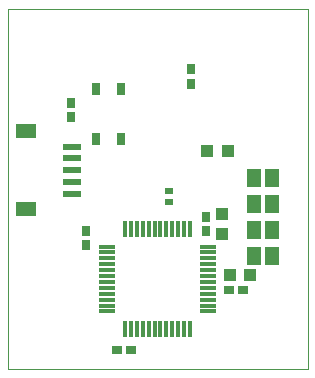
<source format=gbp>
G04 EAGLE Gerber RS-274X export*
G75*
%MOMM*%
%FSLAX34Y34*%
%LPD*%
%INSolder paste bottom*%
%IPPOS*%
%AMOC8*
5,1,8,0,0,1.08239X$1,22.5*%
G01*
%ADD10C,0.000000*%
%ADD11R,1.550000X0.600000*%
%ADD12R,1.800000X1.200000*%
%ADD13R,1.475000X0.300000*%
%ADD14R,0.300000X1.475000*%
%ADD15R,1.168400X1.600200*%
%ADD16R,0.700000X0.600000*%
%ADD17R,0.740000X0.925000*%
%ADD18R,1.080000X1.050000*%
%ADD19R,0.925000X0.740000*%
%ADD20R,1.050000X1.080000*%
%ADD21R,0.650000X1.050000*%


D10*
X0Y0D02*
X254000Y0D01*
X254000Y304800D01*
X0Y304800D01*
X0Y0D01*
D11*
X54450Y148275D03*
X54450Y158275D03*
X54450Y168275D03*
X54450Y178275D03*
X54450Y188275D03*
D12*
X15700Y201275D03*
X15700Y135275D03*
D13*
X169380Y103700D03*
X169380Y98700D03*
X169380Y93700D03*
X169380Y88700D03*
X169380Y83700D03*
X169380Y78700D03*
X169380Y73700D03*
X169380Y68700D03*
X169380Y63700D03*
X169380Y58700D03*
X169380Y53700D03*
X169380Y48700D03*
D14*
X154500Y33820D03*
X149500Y33820D03*
X144500Y33820D03*
X139500Y33820D03*
X134500Y33820D03*
X129500Y33820D03*
X124500Y33820D03*
X119500Y33820D03*
X114500Y33820D03*
X109500Y33820D03*
X104500Y33820D03*
X99500Y33820D03*
D13*
X84620Y48700D03*
X84620Y53700D03*
X84620Y58700D03*
X84620Y63700D03*
X84620Y68700D03*
X84620Y73700D03*
X84620Y78700D03*
X84620Y83700D03*
X84620Y88700D03*
X84620Y93700D03*
X84620Y98700D03*
X84620Y103700D03*
D14*
X99500Y118580D03*
X104500Y118580D03*
X109500Y118580D03*
X114500Y118580D03*
X119500Y118580D03*
X124500Y118580D03*
X129500Y118580D03*
X134500Y118580D03*
X139500Y118580D03*
X144500Y118580D03*
X149500Y118580D03*
X154500Y118580D03*
D15*
X223520Y161925D03*
X208280Y161925D03*
X223520Y139700D03*
X208280Y139700D03*
X223520Y117475D03*
X208280Y117475D03*
X223520Y95250D03*
X208280Y95250D03*
D16*
X136525Y141050D03*
X136525Y151050D03*
D17*
X167958Y128873D03*
X167958Y116873D03*
D18*
X181293Y131623D03*
X181293Y114123D03*
D19*
X187675Y66675D03*
X199675Y66675D03*
D20*
X188100Y79375D03*
X205600Y79375D03*
D19*
X104425Y15875D03*
X92425Y15875D03*
D17*
X66675Y105125D03*
X66675Y117125D03*
X155575Y241650D03*
X155575Y253650D03*
D20*
X169050Y184150D03*
X186550Y184150D03*
D21*
X96475Y195150D03*
X96475Y236650D03*
X74975Y195150D03*
X74975Y236650D03*
D17*
X53975Y213075D03*
X53975Y225075D03*
M02*

</source>
